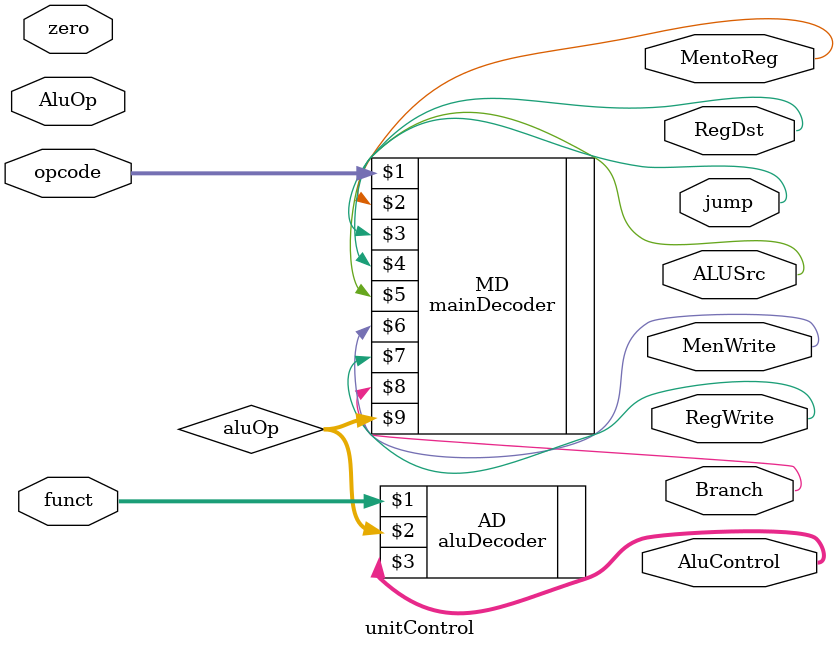
<source format=sv>
module unitControl(input logic [5:0]opcode,
                   input logic [5:0]funct, 
					    input logic [1:0]AluOp,
						 input logic zero,
						 output logic MentoReg,RegDst,jump,
						 output logic ALUSrc,MenWrite,
						 output logic RegWrite,Branch, 
						 output logic [2:0]AluControl);
						 
	 logic [1:0] aluOp;			
	 
	 logic	pcsrcAND;
	 mainDecoder MD(opcode ,MentoReg,RegDst,jump,ALUSrc,MenWrite,
						RegWrite,Branch, aluOp);
	 aluDecoder AD(funct,aluOp,AluControl);
	 
	 
	assign pcsrcAND = Branch & zero;
		
	

endmodule
</source>
